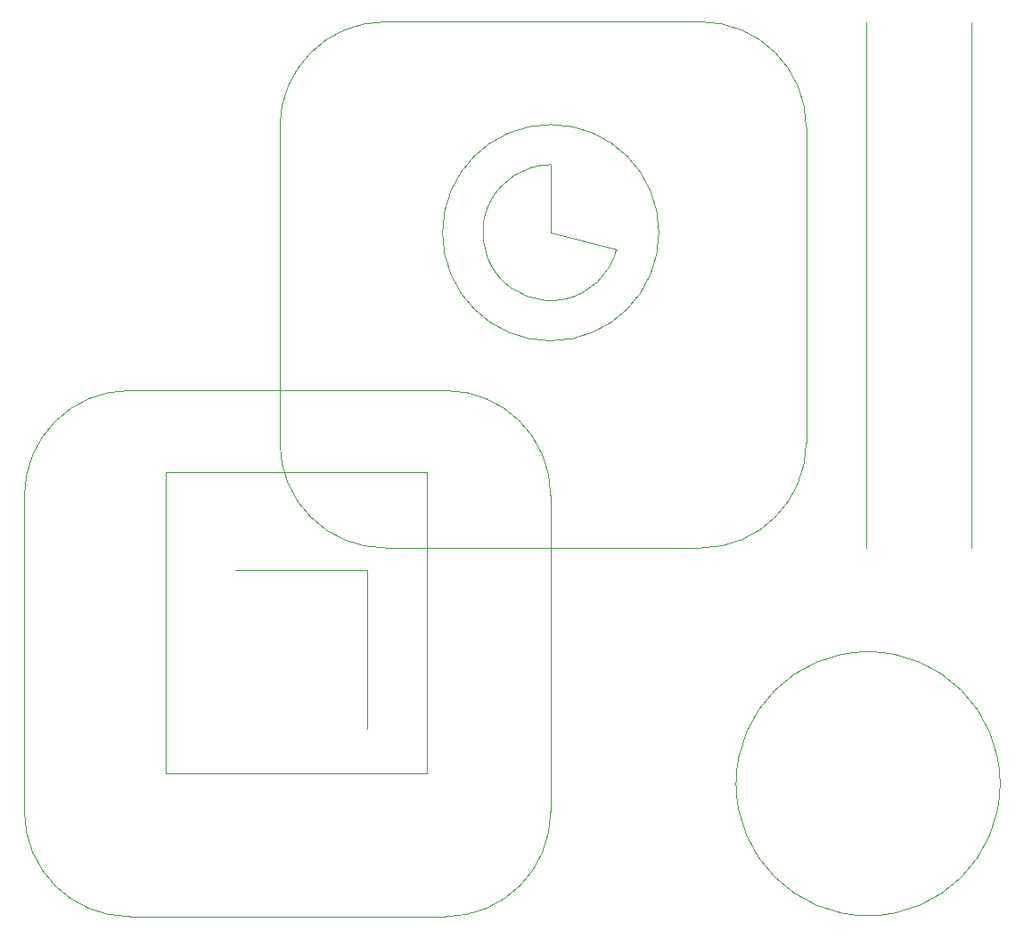
<source format=gtl>
From 6edc1bf6069f489fcc4ae11bc0523d8bfc31cfd8 Mon Sep 17 00:00:00 2001
From: jaseg <git@jaseg.de>
Date: Sat, 29 Jan 2022 21:19:11 +0100
Subject: Fix zero suppression handling and remove more old files

---
 .../gerber/tests/panelize/expects/dxf_to_inch.gtl  | 93 ----------------------
 1 file changed, 93 deletions(-)
 delete mode 100644 gerbonara/gerber/tests/panelize/expects/dxf_to_inch.gtl

(limited to 'gerbonara/gerber/tests/panelize/expects/dxf_to_inch.gtl')

diff --git a/gerbonara/gerber/tests/panelize/expects/dxf_to_inch.gtl b/gerbonara/gerber/tests/panelize/expects/dxf_to_inch.gtl
deleted file mode 100644
index f838214..0000000
--- a/gerbonara/gerber/tests/panelize/expects/dxf_to_inch.gtl
+++ /dev/null
@@ -1,93 +0,0 @@
-%MOIN*%
-%FSLAX25Y25*%
-%IPPOS*%
-%ADD10C,0*%
-G75*
-%LPD*%
-D10*
-G01*
-X314961Y334646D02*
-G75*
-G01*
-X314961Y137795D01*
-G01*
-X354331Y334646D02*
-G75*
-G01*
-X354331Y137795D01*
-G01*
-X78740Y129681D02*
-G75*
-G01*
-X128278Y129681D01*
-G01*
-X128278Y70253D01*
-G01*
-X157480Y0D02*
-G75*
-G01*
-X39370Y0D01*
-G02*
-X0Y39370I0J39370D01*
-G01*
-X0Y157480D01*
-G02*
-X39370Y196850I39370J0D01*
-G01*
-X157480Y196850D01*
-G02*
-X196850Y157480I0J-39370D01*
-G01*
-X196850Y39370D01*
-G02*
-X157480Y0I-39370J0D01*
-G01*
-X292403Y295431D02*
-G75*
-G01*
-X292403Y177320D01*
-G02*
-X253033Y137950I-39370J0D01*
-G01*
-X134923Y137950D01*
-G02*
-X95553Y177320I0J39370D01*
-G01*
-X95553Y295431D01*
-G02*
-X134923Y334801I39370J0D01*
-G01*
-X253033Y334801D01*
-G02*
-X292403Y295431I0J-39370D01*
-G01*
-X150409Y166166D02*
-G75*
-G01*
-X52957Y166166D01*
-G01*
-X52957Y53528D01*
-G01*
-X150409Y53528D01*
-G01*
-X150409Y166166D01*
-G01*
-X364964Y49731D02*
-G75*
-G03*
-X364964Y49731I-49395J0D01*
-G01*
-X237312Y255906D02*
-G75*
-G03*
-X237312Y255906I-40462J0D01*
-G01*
-X196850Y255906D02*
-G75*
-G01*
-X196850Y281336D01*
-G03*
-X221497Y249641I0J-25430D01*
-G01*
-X196850Y255906D01*
-M02*
-- 
cgit 


</source>
